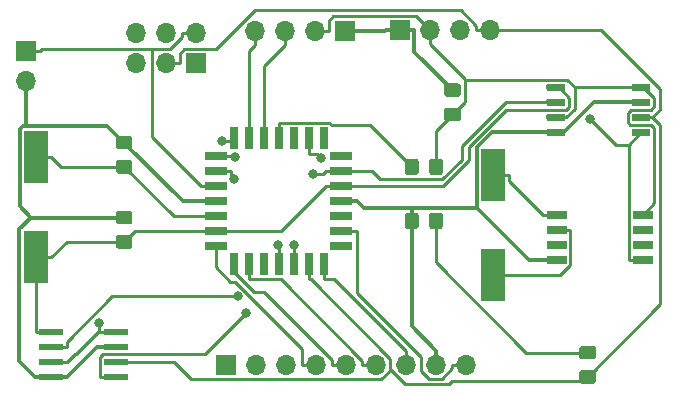
<source format=gtl>
G04 #@! TF.GenerationSoftware,KiCad,Pcbnew,(5.1.5)-3*
G04 #@! TF.CreationDate,2020-12-01T08:40:21+03:00*
G04 #@! TF.ProjectId,project3_2layer,70726f6a-6563-4743-935f-326c61796572,1*
G04 #@! TF.SameCoordinates,Original*
G04 #@! TF.FileFunction,Copper,L1,Top*
G04 #@! TF.FilePolarity,Positive*
%FSLAX46Y46*%
G04 Gerber Fmt 4.6, Leading zero omitted, Abs format (unit mm)*
G04 Created by KiCad (PCBNEW (5.1.5)-3) date 2020-12-01 08:40:21*
%MOMM*%
%LPD*%
G04 APERTURE LIST*
%ADD10O,1.700000X1.700000*%
%ADD11R,1.700000X1.700000*%
%ADD12R,2.000000X4.500000*%
%ADD13R,2.000000X0.600000*%
%ADD14C,0.100000*%
%ADD15R,1.700000X0.650000*%
%ADD16R,1.925000X0.700000*%
%ADD17R,0.700000X1.925000*%
%ADD18C,0.800000*%
%ADD19C,0.300000*%
%ADD20C,0.250000*%
G04 APERTURE END LIST*
D10*
X106299000Y-124206000D03*
X106299000Y-126746000D03*
X108839000Y-124206000D03*
X108839000Y-126746000D03*
X111379000Y-124206000D03*
D11*
X111379000Y-126746000D03*
D10*
X116332000Y-124002000D03*
X118872000Y-124002000D03*
X121412000Y-124002000D03*
D11*
X123952000Y-124002000D03*
D10*
X136271000Y-123952000D03*
X133731000Y-123952000D03*
X131191000Y-123952000D03*
D11*
X128651000Y-123952000D03*
D10*
X134230000Y-152284000D03*
X131690000Y-152284000D03*
X129150000Y-152284000D03*
X126610000Y-152284000D03*
X124070000Y-152284000D03*
X121530000Y-152284000D03*
X118990000Y-152284000D03*
X116450000Y-152284000D03*
D11*
X113910000Y-152284000D03*
D12*
X97790000Y-134688000D03*
X97790000Y-143188000D03*
X136525000Y-144712000D03*
X136525000Y-136212000D03*
D13*
X99129000Y-149479000D03*
X99129000Y-150749000D03*
X99129000Y-152019000D03*
X99129000Y-153289000D03*
X104579000Y-153289000D03*
X104579000Y-152019000D03*
X104579000Y-150749000D03*
X104579000Y-149479000D03*
G04 #@! TA.AperFunction,SMDPad,CuDef*
D14*
G36*
X149706703Y-128478722D02*
G01*
X149721264Y-128480882D01*
X149735543Y-128484459D01*
X149749403Y-128489418D01*
X149762710Y-128495712D01*
X149775336Y-128503280D01*
X149787159Y-128512048D01*
X149798066Y-128521934D01*
X149807952Y-128532841D01*
X149816720Y-128544664D01*
X149824288Y-128557290D01*
X149830582Y-128570597D01*
X149835541Y-128584457D01*
X149839118Y-128598736D01*
X149841278Y-128613297D01*
X149842000Y-128628000D01*
X149842000Y-128928000D01*
X149841278Y-128942703D01*
X149839118Y-128957264D01*
X149835541Y-128971543D01*
X149830582Y-128985403D01*
X149824288Y-128998710D01*
X149816720Y-129011336D01*
X149807952Y-129023159D01*
X149798066Y-129034066D01*
X149787159Y-129043952D01*
X149775336Y-129052720D01*
X149762710Y-129060288D01*
X149749403Y-129066582D01*
X149735543Y-129071541D01*
X149721264Y-129075118D01*
X149706703Y-129077278D01*
X149692000Y-129078000D01*
X148392000Y-129078000D01*
X148377297Y-129077278D01*
X148362736Y-129075118D01*
X148348457Y-129071541D01*
X148334597Y-129066582D01*
X148321290Y-129060288D01*
X148308664Y-129052720D01*
X148296841Y-129043952D01*
X148285934Y-129034066D01*
X148276048Y-129023159D01*
X148267280Y-129011336D01*
X148259712Y-128998710D01*
X148253418Y-128985403D01*
X148248459Y-128971543D01*
X148244882Y-128957264D01*
X148242722Y-128942703D01*
X148242000Y-128928000D01*
X148242000Y-128628000D01*
X148242722Y-128613297D01*
X148244882Y-128598736D01*
X148248459Y-128584457D01*
X148253418Y-128570597D01*
X148259712Y-128557290D01*
X148267280Y-128544664D01*
X148276048Y-128532841D01*
X148285934Y-128521934D01*
X148296841Y-128512048D01*
X148308664Y-128503280D01*
X148321290Y-128495712D01*
X148334597Y-128489418D01*
X148348457Y-128484459D01*
X148362736Y-128480882D01*
X148377297Y-128478722D01*
X148392000Y-128478000D01*
X149692000Y-128478000D01*
X149706703Y-128478722D01*
G37*
G04 #@! TD.AperFunction*
G04 #@! TA.AperFunction,SMDPad,CuDef*
G36*
X149706703Y-129748722D02*
G01*
X149721264Y-129750882D01*
X149735543Y-129754459D01*
X149749403Y-129759418D01*
X149762710Y-129765712D01*
X149775336Y-129773280D01*
X149787159Y-129782048D01*
X149798066Y-129791934D01*
X149807952Y-129802841D01*
X149816720Y-129814664D01*
X149824288Y-129827290D01*
X149830582Y-129840597D01*
X149835541Y-129854457D01*
X149839118Y-129868736D01*
X149841278Y-129883297D01*
X149842000Y-129898000D01*
X149842000Y-130198000D01*
X149841278Y-130212703D01*
X149839118Y-130227264D01*
X149835541Y-130241543D01*
X149830582Y-130255403D01*
X149824288Y-130268710D01*
X149816720Y-130281336D01*
X149807952Y-130293159D01*
X149798066Y-130304066D01*
X149787159Y-130313952D01*
X149775336Y-130322720D01*
X149762710Y-130330288D01*
X149749403Y-130336582D01*
X149735543Y-130341541D01*
X149721264Y-130345118D01*
X149706703Y-130347278D01*
X149692000Y-130348000D01*
X148392000Y-130348000D01*
X148377297Y-130347278D01*
X148362736Y-130345118D01*
X148348457Y-130341541D01*
X148334597Y-130336582D01*
X148321290Y-130330288D01*
X148308664Y-130322720D01*
X148296841Y-130313952D01*
X148285934Y-130304066D01*
X148276048Y-130293159D01*
X148267280Y-130281336D01*
X148259712Y-130268710D01*
X148253418Y-130255403D01*
X148248459Y-130241543D01*
X148244882Y-130227264D01*
X148242722Y-130212703D01*
X148242000Y-130198000D01*
X148242000Y-129898000D01*
X148242722Y-129883297D01*
X148244882Y-129868736D01*
X148248459Y-129854457D01*
X148253418Y-129840597D01*
X148259712Y-129827290D01*
X148267280Y-129814664D01*
X148276048Y-129802841D01*
X148285934Y-129791934D01*
X148296841Y-129782048D01*
X148308664Y-129773280D01*
X148321290Y-129765712D01*
X148334597Y-129759418D01*
X148348457Y-129754459D01*
X148362736Y-129750882D01*
X148377297Y-129748722D01*
X148392000Y-129748000D01*
X149692000Y-129748000D01*
X149706703Y-129748722D01*
G37*
G04 #@! TD.AperFunction*
G04 #@! TA.AperFunction,SMDPad,CuDef*
G36*
X149706703Y-131018722D02*
G01*
X149721264Y-131020882D01*
X149735543Y-131024459D01*
X149749403Y-131029418D01*
X149762710Y-131035712D01*
X149775336Y-131043280D01*
X149787159Y-131052048D01*
X149798066Y-131061934D01*
X149807952Y-131072841D01*
X149816720Y-131084664D01*
X149824288Y-131097290D01*
X149830582Y-131110597D01*
X149835541Y-131124457D01*
X149839118Y-131138736D01*
X149841278Y-131153297D01*
X149842000Y-131168000D01*
X149842000Y-131468000D01*
X149841278Y-131482703D01*
X149839118Y-131497264D01*
X149835541Y-131511543D01*
X149830582Y-131525403D01*
X149824288Y-131538710D01*
X149816720Y-131551336D01*
X149807952Y-131563159D01*
X149798066Y-131574066D01*
X149787159Y-131583952D01*
X149775336Y-131592720D01*
X149762710Y-131600288D01*
X149749403Y-131606582D01*
X149735543Y-131611541D01*
X149721264Y-131615118D01*
X149706703Y-131617278D01*
X149692000Y-131618000D01*
X148392000Y-131618000D01*
X148377297Y-131617278D01*
X148362736Y-131615118D01*
X148348457Y-131611541D01*
X148334597Y-131606582D01*
X148321290Y-131600288D01*
X148308664Y-131592720D01*
X148296841Y-131583952D01*
X148285934Y-131574066D01*
X148276048Y-131563159D01*
X148267280Y-131551336D01*
X148259712Y-131538710D01*
X148253418Y-131525403D01*
X148248459Y-131511543D01*
X148244882Y-131497264D01*
X148242722Y-131482703D01*
X148242000Y-131468000D01*
X148242000Y-131168000D01*
X148242722Y-131153297D01*
X148244882Y-131138736D01*
X148248459Y-131124457D01*
X148253418Y-131110597D01*
X148259712Y-131097290D01*
X148267280Y-131084664D01*
X148276048Y-131072841D01*
X148285934Y-131061934D01*
X148296841Y-131052048D01*
X148308664Y-131043280D01*
X148321290Y-131035712D01*
X148334597Y-131029418D01*
X148348457Y-131024459D01*
X148362736Y-131020882D01*
X148377297Y-131018722D01*
X148392000Y-131018000D01*
X149692000Y-131018000D01*
X149706703Y-131018722D01*
G37*
G04 #@! TD.AperFunction*
G04 #@! TA.AperFunction,SMDPad,CuDef*
G36*
X149706703Y-132288722D02*
G01*
X149721264Y-132290882D01*
X149735543Y-132294459D01*
X149749403Y-132299418D01*
X149762710Y-132305712D01*
X149775336Y-132313280D01*
X149787159Y-132322048D01*
X149798066Y-132331934D01*
X149807952Y-132342841D01*
X149816720Y-132354664D01*
X149824288Y-132367290D01*
X149830582Y-132380597D01*
X149835541Y-132394457D01*
X149839118Y-132408736D01*
X149841278Y-132423297D01*
X149842000Y-132438000D01*
X149842000Y-132738000D01*
X149841278Y-132752703D01*
X149839118Y-132767264D01*
X149835541Y-132781543D01*
X149830582Y-132795403D01*
X149824288Y-132808710D01*
X149816720Y-132821336D01*
X149807952Y-132833159D01*
X149798066Y-132844066D01*
X149787159Y-132853952D01*
X149775336Y-132862720D01*
X149762710Y-132870288D01*
X149749403Y-132876582D01*
X149735543Y-132881541D01*
X149721264Y-132885118D01*
X149706703Y-132887278D01*
X149692000Y-132888000D01*
X148392000Y-132888000D01*
X148377297Y-132887278D01*
X148362736Y-132885118D01*
X148348457Y-132881541D01*
X148334597Y-132876582D01*
X148321290Y-132870288D01*
X148308664Y-132862720D01*
X148296841Y-132853952D01*
X148285934Y-132844066D01*
X148276048Y-132833159D01*
X148267280Y-132821336D01*
X148259712Y-132808710D01*
X148253418Y-132795403D01*
X148248459Y-132781543D01*
X148244882Y-132767264D01*
X148242722Y-132752703D01*
X148242000Y-132738000D01*
X148242000Y-132438000D01*
X148242722Y-132423297D01*
X148244882Y-132408736D01*
X148248459Y-132394457D01*
X148253418Y-132380597D01*
X148259712Y-132367290D01*
X148267280Y-132354664D01*
X148276048Y-132342841D01*
X148285934Y-132331934D01*
X148296841Y-132322048D01*
X148308664Y-132313280D01*
X148321290Y-132305712D01*
X148334597Y-132299418D01*
X148348457Y-132294459D01*
X148362736Y-132290882D01*
X148377297Y-132288722D01*
X148392000Y-132288000D01*
X149692000Y-132288000D01*
X149706703Y-132288722D01*
G37*
G04 #@! TD.AperFunction*
G04 #@! TA.AperFunction,SMDPad,CuDef*
G36*
X142506703Y-132288722D02*
G01*
X142521264Y-132290882D01*
X142535543Y-132294459D01*
X142549403Y-132299418D01*
X142562710Y-132305712D01*
X142575336Y-132313280D01*
X142587159Y-132322048D01*
X142598066Y-132331934D01*
X142607952Y-132342841D01*
X142616720Y-132354664D01*
X142624288Y-132367290D01*
X142630582Y-132380597D01*
X142635541Y-132394457D01*
X142639118Y-132408736D01*
X142641278Y-132423297D01*
X142642000Y-132438000D01*
X142642000Y-132738000D01*
X142641278Y-132752703D01*
X142639118Y-132767264D01*
X142635541Y-132781543D01*
X142630582Y-132795403D01*
X142624288Y-132808710D01*
X142616720Y-132821336D01*
X142607952Y-132833159D01*
X142598066Y-132844066D01*
X142587159Y-132853952D01*
X142575336Y-132862720D01*
X142562710Y-132870288D01*
X142549403Y-132876582D01*
X142535543Y-132881541D01*
X142521264Y-132885118D01*
X142506703Y-132887278D01*
X142492000Y-132888000D01*
X141192000Y-132888000D01*
X141177297Y-132887278D01*
X141162736Y-132885118D01*
X141148457Y-132881541D01*
X141134597Y-132876582D01*
X141121290Y-132870288D01*
X141108664Y-132862720D01*
X141096841Y-132853952D01*
X141085934Y-132844066D01*
X141076048Y-132833159D01*
X141067280Y-132821336D01*
X141059712Y-132808710D01*
X141053418Y-132795403D01*
X141048459Y-132781543D01*
X141044882Y-132767264D01*
X141042722Y-132752703D01*
X141042000Y-132738000D01*
X141042000Y-132438000D01*
X141042722Y-132423297D01*
X141044882Y-132408736D01*
X141048459Y-132394457D01*
X141053418Y-132380597D01*
X141059712Y-132367290D01*
X141067280Y-132354664D01*
X141076048Y-132342841D01*
X141085934Y-132331934D01*
X141096841Y-132322048D01*
X141108664Y-132313280D01*
X141121290Y-132305712D01*
X141134597Y-132299418D01*
X141148457Y-132294459D01*
X141162736Y-132290882D01*
X141177297Y-132288722D01*
X141192000Y-132288000D01*
X142492000Y-132288000D01*
X142506703Y-132288722D01*
G37*
G04 #@! TD.AperFunction*
G04 #@! TA.AperFunction,SMDPad,CuDef*
G36*
X142506703Y-131018722D02*
G01*
X142521264Y-131020882D01*
X142535543Y-131024459D01*
X142549403Y-131029418D01*
X142562710Y-131035712D01*
X142575336Y-131043280D01*
X142587159Y-131052048D01*
X142598066Y-131061934D01*
X142607952Y-131072841D01*
X142616720Y-131084664D01*
X142624288Y-131097290D01*
X142630582Y-131110597D01*
X142635541Y-131124457D01*
X142639118Y-131138736D01*
X142641278Y-131153297D01*
X142642000Y-131168000D01*
X142642000Y-131468000D01*
X142641278Y-131482703D01*
X142639118Y-131497264D01*
X142635541Y-131511543D01*
X142630582Y-131525403D01*
X142624288Y-131538710D01*
X142616720Y-131551336D01*
X142607952Y-131563159D01*
X142598066Y-131574066D01*
X142587159Y-131583952D01*
X142575336Y-131592720D01*
X142562710Y-131600288D01*
X142549403Y-131606582D01*
X142535543Y-131611541D01*
X142521264Y-131615118D01*
X142506703Y-131617278D01*
X142492000Y-131618000D01*
X141192000Y-131618000D01*
X141177297Y-131617278D01*
X141162736Y-131615118D01*
X141148457Y-131611541D01*
X141134597Y-131606582D01*
X141121290Y-131600288D01*
X141108664Y-131592720D01*
X141096841Y-131583952D01*
X141085934Y-131574066D01*
X141076048Y-131563159D01*
X141067280Y-131551336D01*
X141059712Y-131538710D01*
X141053418Y-131525403D01*
X141048459Y-131511543D01*
X141044882Y-131497264D01*
X141042722Y-131482703D01*
X141042000Y-131468000D01*
X141042000Y-131168000D01*
X141042722Y-131153297D01*
X141044882Y-131138736D01*
X141048459Y-131124457D01*
X141053418Y-131110597D01*
X141059712Y-131097290D01*
X141067280Y-131084664D01*
X141076048Y-131072841D01*
X141085934Y-131061934D01*
X141096841Y-131052048D01*
X141108664Y-131043280D01*
X141121290Y-131035712D01*
X141134597Y-131029418D01*
X141148457Y-131024459D01*
X141162736Y-131020882D01*
X141177297Y-131018722D01*
X141192000Y-131018000D01*
X142492000Y-131018000D01*
X142506703Y-131018722D01*
G37*
G04 #@! TD.AperFunction*
G04 #@! TA.AperFunction,SMDPad,CuDef*
G36*
X142506703Y-129748722D02*
G01*
X142521264Y-129750882D01*
X142535543Y-129754459D01*
X142549403Y-129759418D01*
X142562710Y-129765712D01*
X142575336Y-129773280D01*
X142587159Y-129782048D01*
X142598066Y-129791934D01*
X142607952Y-129802841D01*
X142616720Y-129814664D01*
X142624288Y-129827290D01*
X142630582Y-129840597D01*
X142635541Y-129854457D01*
X142639118Y-129868736D01*
X142641278Y-129883297D01*
X142642000Y-129898000D01*
X142642000Y-130198000D01*
X142641278Y-130212703D01*
X142639118Y-130227264D01*
X142635541Y-130241543D01*
X142630582Y-130255403D01*
X142624288Y-130268710D01*
X142616720Y-130281336D01*
X142607952Y-130293159D01*
X142598066Y-130304066D01*
X142587159Y-130313952D01*
X142575336Y-130322720D01*
X142562710Y-130330288D01*
X142549403Y-130336582D01*
X142535543Y-130341541D01*
X142521264Y-130345118D01*
X142506703Y-130347278D01*
X142492000Y-130348000D01*
X141192000Y-130348000D01*
X141177297Y-130347278D01*
X141162736Y-130345118D01*
X141148457Y-130341541D01*
X141134597Y-130336582D01*
X141121290Y-130330288D01*
X141108664Y-130322720D01*
X141096841Y-130313952D01*
X141085934Y-130304066D01*
X141076048Y-130293159D01*
X141067280Y-130281336D01*
X141059712Y-130268710D01*
X141053418Y-130255403D01*
X141048459Y-130241543D01*
X141044882Y-130227264D01*
X141042722Y-130212703D01*
X141042000Y-130198000D01*
X141042000Y-129898000D01*
X141042722Y-129883297D01*
X141044882Y-129868736D01*
X141048459Y-129854457D01*
X141053418Y-129840597D01*
X141059712Y-129827290D01*
X141067280Y-129814664D01*
X141076048Y-129802841D01*
X141085934Y-129791934D01*
X141096841Y-129782048D01*
X141108664Y-129773280D01*
X141121290Y-129765712D01*
X141134597Y-129759418D01*
X141148457Y-129754459D01*
X141162736Y-129750882D01*
X141177297Y-129748722D01*
X141192000Y-129748000D01*
X142492000Y-129748000D01*
X142506703Y-129748722D01*
G37*
G04 #@! TD.AperFunction*
G04 #@! TA.AperFunction,SMDPad,CuDef*
G36*
X142506703Y-128478722D02*
G01*
X142521264Y-128480882D01*
X142535543Y-128484459D01*
X142549403Y-128489418D01*
X142562710Y-128495712D01*
X142575336Y-128503280D01*
X142587159Y-128512048D01*
X142598066Y-128521934D01*
X142607952Y-128532841D01*
X142616720Y-128544664D01*
X142624288Y-128557290D01*
X142630582Y-128570597D01*
X142635541Y-128584457D01*
X142639118Y-128598736D01*
X142641278Y-128613297D01*
X142642000Y-128628000D01*
X142642000Y-128928000D01*
X142641278Y-128942703D01*
X142639118Y-128957264D01*
X142635541Y-128971543D01*
X142630582Y-128985403D01*
X142624288Y-128998710D01*
X142616720Y-129011336D01*
X142607952Y-129023159D01*
X142598066Y-129034066D01*
X142587159Y-129043952D01*
X142575336Y-129052720D01*
X142562710Y-129060288D01*
X142549403Y-129066582D01*
X142535543Y-129071541D01*
X142521264Y-129075118D01*
X142506703Y-129077278D01*
X142492000Y-129078000D01*
X141192000Y-129078000D01*
X141177297Y-129077278D01*
X141162736Y-129075118D01*
X141148457Y-129071541D01*
X141134597Y-129066582D01*
X141121290Y-129060288D01*
X141108664Y-129052720D01*
X141096841Y-129043952D01*
X141085934Y-129034066D01*
X141076048Y-129023159D01*
X141067280Y-129011336D01*
X141059712Y-128998710D01*
X141053418Y-128985403D01*
X141048459Y-128971543D01*
X141044882Y-128957264D01*
X141042722Y-128942703D01*
X141042000Y-128928000D01*
X141042000Y-128628000D01*
X141042722Y-128613297D01*
X141044882Y-128598736D01*
X141048459Y-128584457D01*
X141053418Y-128570597D01*
X141059712Y-128557290D01*
X141067280Y-128544664D01*
X141076048Y-128532841D01*
X141085934Y-128521934D01*
X141096841Y-128512048D01*
X141108664Y-128503280D01*
X141121290Y-128495712D01*
X141134597Y-128489418D01*
X141148457Y-128484459D01*
X141162736Y-128480882D01*
X141177297Y-128478722D01*
X141192000Y-128478000D01*
X142492000Y-128478000D01*
X142506703Y-128478722D01*
G37*
G04 #@! TD.AperFunction*
D15*
X149192000Y-139573000D03*
X149192000Y-140843000D03*
X149192000Y-142113000D03*
X149192000Y-143383000D03*
X141892000Y-143383000D03*
X141892000Y-142113000D03*
X141892000Y-140843000D03*
X141892000Y-139573000D03*
D16*
X123686500Y-134620000D03*
X123686500Y-135890000D03*
X123686500Y-137160000D03*
X123686500Y-138430000D03*
X123686500Y-139700000D03*
X123686500Y-140970000D03*
X123686500Y-142240000D03*
D17*
X122174000Y-143752500D03*
X120904000Y-143752500D03*
X119634000Y-143752500D03*
X118364000Y-143752500D03*
X117094000Y-143752500D03*
X115824000Y-143752500D03*
X114554000Y-143752500D03*
D16*
X113041500Y-142240000D03*
X113041500Y-140970000D03*
X113041500Y-139700000D03*
X113041500Y-138430000D03*
X113041500Y-137160000D03*
X113041500Y-135890000D03*
X113041500Y-134620000D03*
D17*
X122174000Y-133107500D03*
X120904000Y-133107500D03*
X119634000Y-133107500D03*
X114554000Y-133107500D03*
X115824000Y-133107500D03*
X117094000Y-133107500D03*
X118364000Y-133107500D03*
G04 #@! TA.AperFunction,SMDPad,CuDef*
D14*
G36*
X132035505Y-139382204D02*
G01*
X132059773Y-139385804D01*
X132083572Y-139391765D01*
X132106671Y-139400030D01*
X132128850Y-139410520D01*
X132149893Y-139423132D01*
X132169599Y-139437747D01*
X132187777Y-139454223D01*
X132204253Y-139472401D01*
X132218868Y-139492107D01*
X132231480Y-139513150D01*
X132241970Y-139535329D01*
X132250235Y-139558428D01*
X132256196Y-139582227D01*
X132259796Y-139606495D01*
X132261000Y-139630999D01*
X132261000Y-140531001D01*
X132259796Y-140555505D01*
X132256196Y-140579773D01*
X132250235Y-140603572D01*
X132241970Y-140626671D01*
X132231480Y-140648850D01*
X132218868Y-140669893D01*
X132204253Y-140689599D01*
X132187777Y-140707777D01*
X132169599Y-140724253D01*
X132149893Y-140738868D01*
X132128850Y-140751480D01*
X132106671Y-140761970D01*
X132083572Y-140770235D01*
X132059773Y-140776196D01*
X132035505Y-140779796D01*
X132011001Y-140781000D01*
X131360999Y-140781000D01*
X131336495Y-140779796D01*
X131312227Y-140776196D01*
X131288428Y-140770235D01*
X131265329Y-140761970D01*
X131243150Y-140751480D01*
X131222107Y-140738868D01*
X131202401Y-140724253D01*
X131184223Y-140707777D01*
X131167747Y-140689599D01*
X131153132Y-140669893D01*
X131140520Y-140648850D01*
X131130030Y-140626671D01*
X131121765Y-140603572D01*
X131115804Y-140579773D01*
X131112204Y-140555505D01*
X131111000Y-140531001D01*
X131111000Y-139630999D01*
X131112204Y-139606495D01*
X131115804Y-139582227D01*
X131121765Y-139558428D01*
X131130030Y-139535329D01*
X131140520Y-139513150D01*
X131153132Y-139492107D01*
X131167747Y-139472401D01*
X131184223Y-139454223D01*
X131202401Y-139437747D01*
X131222107Y-139423132D01*
X131243150Y-139410520D01*
X131265329Y-139400030D01*
X131288428Y-139391765D01*
X131312227Y-139385804D01*
X131336495Y-139382204D01*
X131360999Y-139381000D01*
X132011001Y-139381000D01*
X132035505Y-139382204D01*
G37*
G04 #@! TD.AperFunction*
G04 #@! TA.AperFunction,SMDPad,CuDef*
G36*
X129985505Y-139382204D02*
G01*
X130009773Y-139385804D01*
X130033572Y-139391765D01*
X130056671Y-139400030D01*
X130078850Y-139410520D01*
X130099893Y-139423132D01*
X130119599Y-139437747D01*
X130137777Y-139454223D01*
X130154253Y-139472401D01*
X130168868Y-139492107D01*
X130181480Y-139513150D01*
X130191970Y-139535329D01*
X130200235Y-139558428D01*
X130206196Y-139582227D01*
X130209796Y-139606495D01*
X130211000Y-139630999D01*
X130211000Y-140531001D01*
X130209796Y-140555505D01*
X130206196Y-140579773D01*
X130200235Y-140603572D01*
X130191970Y-140626671D01*
X130181480Y-140648850D01*
X130168868Y-140669893D01*
X130154253Y-140689599D01*
X130137777Y-140707777D01*
X130119599Y-140724253D01*
X130099893Y-140738868D01*
X130078850Y-140751480D01*
X130056671Y-140761970D01*
X130033572Y-140770235D01*
X130009773Y-140776196D01*
X129985505Y-140779796D01*
X129961001Y-140781000D01*
X129310999Y-140781000D01*
X129286495Y-140779796D01*
X129262227Y-140776196D01*
X129238428Y-140770235D01*
X129215329Y-140761970D01*
X129193150Y-140751480D01*
X129172107Y-140738868D01*
X129152401Y-140724253D01*
X129134223Y-140707777D01*
X129117747Y-140689599D01*
X129103132Y-140669893D01*
X129090520Y-140648850D01*
X129080030Y-140626671D01*
X129071765Y-140603572D01*
X129065804Y-140579773D01*
X129062204Y-140555505D01*
X129061000Y-140531001D01*
X129061000Y-139630999D01*
X129062204Y-139606495D01*
X129065804Y-139582227D01*
X129071765Y-139558428D01*
X129080030Y-139535329D01*
X129090520Y-139513150D01*
X129103132Y-139492107D01*
X129117747Y-139472401D01*
X129134223Y-139454223D01*
X129152401Y-139437747D01*
X129172107Y-139423132D01*
X129193150Y-139410520D01*
X129215329Y-139400030D01*
X129238428Y-139391765D01*
X129262227Y-139385804D01*
X129286495Y-139382204D01*
X129310999Y-139381000D01*
X129961001Y-139381000D01*
X129985505Y-139382204D01*
G37*
G04 #@! TD.AperFunction*
G04 #@! TA.AperFunction,SMDPad,CuDef*
G36*
X129985505Y-134810204D02*
G01*
X130009773Y-134813804D01*
X130033572Y-134819765D01*
X130056671Y-134828030D01*
X130078850Y-134838520D01*
X130099893Y-134851132D01*
X130119599Y-134865747D01*
X130137777Y-134882223D01*
X130154253Y-134900401D01*
X130168868Y-134920107D01*
X130181480Y-134941150D01*
X130191970Y-134963329D01*
X130200235Y-134986428D01*
X130206196Y-135010227D01*
X130209796Y-135034495D01*
X130211000Y-135058999D01*
X130211000Y-135959001D01*
X130209796Y-135983505D01*
X130206196Y-136007773D01*
X130200235Y-136031572D01*
X130191970Y-136054671D01*
X130181480Y-136076850D01*
X130168868Y-136097893D01*
X130154253Y-136117599D01*
X130137777Y-136135777D01*
X130119599Y-136152253D01*
X130099893Y-136166868D01*
X130078850Y-136179480D01*
X130056671Y-136189970D01*
X130033572Y-136198235D01*
X130009773Y-136204196D01*
X129985505Y-136207796D01*
X129961001Y-136209000D01*
X129310999Y-136209000D01*
X129286495Y-136207796D01*
X129262227Y-136204196D01*
X129238428Y-136198235D01*
X129215329Y-136189970D01*
X129193150Y-136179480D01*
X129172107Y-136166868D01*
X129152401Y-136152253D01*
X129134223Y-136135777D01*
X129117747Y-136117599D01*
X129103132Y-136097893D01*
X129090520Y-136076850D01*
X129080030Y-136054671D01*
X129071765Y-136031572D01*
X129065804Y-136007773D01*
X129062204Y-135983505D01*
X129061000Y-135959001D01*
X129061000Y-135058999D01*
X129062204Y-135034495D01*
X129065804Y-135010227D01*
X129071765Y-134986428D01*
X129080030Y-134963329D01*
X129090520Y-134941150D01*
X129103132Y-134920107D01*
X129117747Y-134900401D01*
X129134223Y-134882223D01*
X129152401Y-134865747D01*
X129172107Y-134851132D01*
X129193150Y-134838520D01*
X129215329Y-134828030D01*
X129238428Y-134819765D01*
X129262227Y-134813804D01*
X129286495Y-134810204D01*
X129310999Y-134809000D01*
X129961001Y-134809000D01*
X129985505Y-134810204D01*
G37*
G04 #@! TD.AperFunction*
G04 #@! TA.AperFunction,SMDPad,CuDef*
G36*
X132035505Y-134810204D02*
G01*
X132059773Y-134813804D01*
X132083572Y-134819765D01*
X132106671Y-134828030D01*
X132128850Y-134838520D01*
X132149893Y-134851132D01*
X132169599Y-134865747D01*
X132187777Y-134882223D01*
X132204253Y-134900401D01*
X132218868Y-134920107D01*
X132231480Y-134941150D01*
X132241970Y-134963329D01*
X132250235Y-134986428D01*
X132256196Y-135010227D01*
X132259796Y-135034495D01*
X132261000Y-135058999D01*
X132261000Y-135959001D01*
X132259796Y-135983505D01*
X132256196Y-136007773D01*
X132250235Y-136031572D01*
X132241970Y-136054671D01*
X132231480Y-136076850D01*
X132218868Y-136097893D01*
X132204253Y-136117599D01*
X132187777Y-136135777D01*
X132169599Y-136152253D01*
X132149893Y-136166868D01*
X132128850Y-136179480D01*
X132106671Y-136189970D01*
X132083572Y-136198235D01*
X132059773Y-136204196D01*
X132035505Y-136207796D01*
X132011001Y-136209000D01*
X131360999Y-136209000D01*
X131336495Y-136207796D01*
X131312227Y-136204196D01*
X131288428Y-136198235D01*
X131265329Y-136189970D01*
X131243150Y-136179480D01*
X131222107Y-136166868D01*
X131202401Y-136152253D01*
X131184223Y-136135777D01*
X131167747Y-136117599D01*
X131153132Y-136097893D01*
X131140520Y-136076850D01*
X131130030Y-136054671D01*
X131121765Y-136031572D01*
X131115804Y-136007773D01*
X131112204Y-135983505D01*
X131111000Y-135959001D01*
X131111000Y-135058999D01*
X131112204Y-135034495D01*
X131115804Y-135010227D01*
X131121765Y-134986428D01*
X131130030Y-134963329D01*
X131140520Y-134941150D01*
X131153132Y-134920107D01*
X131167747Y-134900401D01*
X131184223Y-134882223D01*
X131202401Y-134865747D01*
X131222107Y-134851132D01*
X131243150Y-134838520D01*
X131265329Y-134828030D01*
X131288428Y-134819765D01*
X131312227Y-134813804D01*
X131336495Y-134810204D01*
X131360999Y-134809000D01*
X132011001Y-134809000D01*
X132035505Y-134810204D01*
G37*
G04 #@! TD.AperFunction*
G04 #@! TA.AperFunction,SMDPad,CuDef*
G36*
X145000505Y-150674204D02*
G01*
X145024773Y-150677804D01*
X145048572Y-150683765D01*
X145071671Y-150692030D01*
X145093850Y-150702520D01*
X145114893Y-150715132D01*
X145134599Y-150729747D01*
X145152777Y-150746223D01*
X145169253Y-150764401D01*
X145183868Y-150784107D01*
X145196480Y-150805150D01*
X145206970Y-150827329D01*
X145215235Y-150850428D01*
X145221196Y-150874227D01*
X145224796Y-150898495D01*
X145226000Y-150922999D01*
X145226000Y-151573001D01*
X145224796Y-151597505D01*
X145221196Y-151621773D01*
X145215235Y-151645572D01*
X145206970Y-151668671D01*
X145196480Y-151690850D01*
X145183868Y-151711893D01*
X145169253Y-151731599D01*
X145152777Y-151749777D01*
X145134599Y-151766253D01*
X145114893Y-151780868D01*
X145093850Y-151793480D01*
X145071671Y-151803970D01*
X145048572Y-151812235D01*
X145024773Y-151818196D01*
X145000505Y-151821796D01*
X144976001Y-151823000D01*
X144075999Y-151823000D01*
X144051495Y-151821796D01*
X144027227Y-151818196D01*
X144003428Y-151812235D01*
X143980329Y-151803970D01*
X143958150Y-151793480D01*
X143937107Y-151780868D01*
X143917401Y-151766253D01*
X143899223Y-151749777D01*
X143882747Y-151731599D01*
X143868132Y-151711893D01*
X143855520Y-151690850D01*
X143845030Y-151668671D01*
X143836765Y-151645572D01*
X143830804Y-151621773D01*
X143827204Y-151597505D01*
X143826000Y-151573001D01*
X143826000Y-150922999D01*
X143827204Y-150898495D01*
X143830804Y-150874227D01*
X143836765Y-150850428D01*
X143845030Y-150827329D01*
X143855520Y-150805150D01*
X143868132Y-150784107D01*
X143882747Y-150764401D01*
X143899223Y-150746223D01*
X143917401Y-150729747D01*
X143937107Y-150715132D01*
X143958150Y-150702520D01*
X143980329Y-150692030D01*
X144003428Y-150683765D01*
X144027227Y-150677804D01*
X144051495Y-150674204D01*
X144075999Y-150673000D01*
X144976001Y-150673000D01*
X145000505Y-150674204D01*
G37*
G04 #@! TD.AperFunction*
G04 #@! TA.AperFunction,SMDPad,CuDef*
G36*
X145000505Y-152724204D02*
G01*
X145024773Y-152727804D01*
X145048572Y-152733765D01*
X145071671Y-152742030D01*
X145093850Y-152752520D01*
X145114893Y-152765132D01*
X145134599Y-152779747D01*
X145152777Y-152796223D01*
X145169253Y-152814401D01*
X145183868Y-152834107D01*
X145196480Y-152855150D01*
X145206970Y-152877329D01*
X145215235Y-152900428D01*
X145221196Y-152924227D01*
X145224796Y-152948495D01*
X145226000Y-152972999D01*
X145226000Y-153623001D01*
X145224796Y-153647505D01*
X145221196Y-153671773D01*
X145215235Y-153695572D01*
X145206970Y-153718671D01*
X145196480Y-153740850D01*
X145183868Y-153761893D01*
X145169253Y-153781599D01*
X145152777Y-153799777D01*
X145134599Y-153816253D01*
X145114893Y-153830868D01*
X145093850Y-153843480D01*
X145071671Y-153853970D01*
X145048572Y-153862235D01*
X145024773Y-153868196D01*
X145000505Y-153871796D01*
X144976001Y-153873000D01*
X144075999Y-153873000D01*
X144051495Y-153871796D01*
X144027227Y-153868196D01*
X144003428Y-153862235D01*
X143980329Y-153853970D01*
X143958150Y-153843480D01*
X143937107Y-153830868D01*
X143917401Y-153816253D01*
X143899223Y-153799777D01*
X143882747Y-153781599D01*
X143868132Y-153761893D01*
X143855520Y-153740850D01*
X143845030Y-153718671D01*
X143836765Y-153695572D01*
X143830804Y-153671773D01*
X143827204Y-153647505D01*
X143826000Y-153623001D01*
X143826000Y-152972999D01*
X143827204Y-152948495D01*
X143830804Y-152924227D01*
X143836765Y-152900428D01*
X143845030Y-152877329D01*
X143855520Y-152855150D01*
X143868132Y-152834107D01*
X143882747Y-152814401D01*
X143899223Y-152796223D01*
X143917401Y-152779747D01*
X143937107Y-152765132D01*
X143958150Y-152752520D01*
X143980329Y-152742030D01*
X144003428Y-152733765D01*
X144027227Y-152727804D01*
X144051495Y-152724204D01*
X144075999Y-152723000D01*
X144976001Y-152723000D01*
X145000505Y-152724204D01*
G37*
G04 #@! TD.AperFunction*
G04 #@! TA.AperFunction,SMDPad,CuDef*
G36*
X105757505Y-141294204D02*
G01*
X105781773Y-141297804D01*
X105805572Y-141303765D01*
X105828671Y-141312030D01*
X105850850Y-141322520D01*
X105871893Y-141335132D01*
X105891599Y-141349747D01*
X105909777Y-141366223D01*
X105926253Y-141384401D01*
X105940868Y-141404107D01*
X105953480Y-141425150D01*
X105963970Y-141447329D01*
X105972235Y-141470428D01*
X105978196Y-141494227D01*
X105981796Y-141518495D01*
X105983000Y-141542999D01*
X105983000Y-142193001D01*
X105981796Y-142217505D01*
X105978196Y-142241773D01*
X105972235Y-142265572D01*
X105963970Y-142288671D01*
X105953480Y-142310850D01*
X105940868Y-142331893D01*
X105926253Y-142351599D01*
X105909777Y-142369777D01*
X105891599Y-142386253D01*
X105871893Y-142400868D01*
X105850850Y-142413480D01*
X105828671Y-142423970D01*
X105805572Y-142432235D01*
X105781773Y-142438196D01*
X105757505Y-142441796D01*
X105733001Y-142443000D01*
X104832999Y-142443000D01*
X104808495Y-142441796D01*
X104784227Y-142438196D01*
X104760428Y-142432235D01*
X104737329Y-142423970D01*
X104715150Y-142413480D01*
X104694107Y-142400868D01*
X104674401Y-142386253D01*
X104656223Y-142369777D01*
X104639747Y-142351599D01*
X104625132Y-142331893D01*
X104612520Y-142310850D01*
X104602030Y-142288671D01*
X104593765Y-142265572D01*
X104587804Y-142241773D01*
X104584204Y-142217505D01*
X104583000Y-142193001D01*
X104583000Y-141542999D01*
X104584204Y-141518495D01*
X104587804Y-141494227D01*
X104593765Y-141470428D01*
X104602030Y-141447329D01*
X104612520Y-141425150D01*
X104625132Y-141404107D01*
X104639747Y-141384401D01*
X104656223Y-141366223D01*
X104674401Y-141349747D01*
X104694107Y-141335132D01*
X104715150Y-141322520D01*
X104737329Y-141312030D01*
X104760428Y-141303765D01*
X104784227Y-141297804D01*
X104808495Y-141294204D01*
X104832999Y-141293000D01*
X105733001Y-141293000D01*
X105757505Y-141294204D01*
G37*
G04 #@! TD.AperFunction*
G04 #@! TA.AperFunction,SMDPad,CuDef*
G36*
X105757505Y-139244204D02*
G01*
X105781773Y-139247804D01*
X105805572Y-139253765D01*
X105828671Y-139262030D01*
X105850850Y-139272520D01*
X105871893Y-139285132D01*
X105891599Y-139299747D01*
X105909777Y-139316223D01*
X105926253Y-139334401D01*
X105940868Y-139354107D01*
X105953480Y-139375150D01*
X105963970Y-139397329D01*
X105972235Y-139420428D01*
X105978196Y-139444227D01*
X105981796Y-139468495D01*
X105983000Y-139492999D01*
X105983000Y-140143001D01*
X105981796Y-140167505D01*
X105978196Y-140191773D01*
X105972235Y-140215572D01*
X105963970Y-140238671D01*
X105953480Y-140260850D01*
X105940868Y-140281893D01*
X105926253Y-140301599D01*
X105909777Y-140319777D01*
X105891599Y-140336253D01*
X105871893Y-140350868D01*
X105850850Y-140363480D01*
X105828671Y-140373970D01*
X105805572Y-140382235D01*
X105781773Y-140388196D01*
X105757505Y-140391796D01*
X105733001Y-140393000D01*
X104832999Y-140393000D01*
X104808495Y-140391796D01*
X104784227Y-140388196D01*
X104760428Y-140382235D01*
X104737329Y-140373970D01*
X104715150Y-140363480D01*
X104694107Y-140350868D01*
X104674401Y-140336253D01*
X104656223Y-140319777D01*
X104639747Y-140301599D01*
X104625132Y-140281893D01*
X104612520Y-140260850D01*
X104602030Y-140238671D01*
X104593765Y-140215572D01*
X104587804Y-140191773D01*
X104584204Y-140167505D01*
X104583000Y-140143001D01*
X104583000Y-139492999D01*
X104584204Y-139468495D01*
X104587804Y-139444227D01*
X104593765Y-139420428D01*
X104602030Y-139397329D01*
X104612520Y-139375150D01*
X104625132Y-139354107D01*
X104639747Y-139334401D01*
X104656223Y-139316223D01*
X104674401Y-139299747D01*
X104694107Y-139285132D01*
X104715150Y-139272520D01*
X104737329Y-139262030D01*
X104760428Y-139253765D01*
X104784227Y-139247804D01*
X104808495Y-139244204D01*
X104832999Y-139243000D01*
X105733001Y-139243000D01*
X105757505Y-139244204D01*
G37*
G04 #@! TD.AperFunction*
G04 #@! TA.AperFunction,SMDPad,CuDef*
G36*
X105757505Y-132885204D02*
G01*
X105781773Y-132888804D01*
X105805572Y-132894765D01*
X105828671Y-132903030D01*
X105850850Y-132913520D01*
X105871893Y-132926132D01*
X105891599Y-132940747D01*
X105909777Y-132957223D01*
X105926253Y-132975401D01*
X105940868Y-132995107D01*
X105953480Y-133016150D01*
X105963970Y-133038329D01*
X105972235Y-133061428D01*
X105978196Y-133085227D01*
X105981796Y-133109495D01*
X105983000Y-133133999D01*
X105983000Y-133784001D01*
X105981796Y-133808505D01*
X105978196Y-133832773D01*
X105972235Y-133856572D01*
X105963970Y-133879671D01*
X105953480Y-133901850D01*
X105940868Y-133922893D01*
X105926253Y-133942599D01*
X105909777Y-133960777D01*
X105891599Y-133977253D01*
X105871893Y-133991868D01*
X105850850Y-134004480D01*
X105828671Y-134014970D01*
X105805572Y-134023235D01*
X105781773Y-134029196D01*
X105757505Y-134032796D01*
X105733001Y-134034000D01*
X104832999Y-134034000D01*
X104808495Y-134032796D01*
X104784227Y-134029196D01*
X104760428Y-134023235D01*
X104737329Y-134014970D01*
X104715150Y-134004480D01*
X104694107Y-133991868D01*
X104674401Y-133977253D01*
X104656223Y-133960777D01*
X104639747Y-133942599D01*
X104625132Y-133922893D01*
X104612520Y-133901850D01*
X104602030Y-133879671D01*
X104593765Y-133856572D01*
X104587804Y-133832773D01*
X104584204Y-133808505D01*
X104583000Y-133784001D01*
X104583000Y-133133999D01*
X104584204Y-133109495D01*
X104587804Y-133085227D01*
X104593765Y-133061428D01*
X104602030Y-133038329D01*
X104612520Y-133016150D01*
X104625132Y-132995107D01*
X104639747Y-132975401D01*
X104656223Y-132957223D01*
X104674401Y-132940747D01*
X104694107Y-132926132D01*
X104715150Y-132913520D01*
X104737329Y-132903030D01*
X104760428Y-132894765D01*
X104784227Y-132888804D01*
X104808495Y-132885204D01*
X104832999Y-132884000D01*
X105733001Y-132884000D01*
X105757505Y-132885204D01*
G37*
G04 #@! TD.AperFunction*
G04 #@! TA.AperFunction,SMDPad,CuDef*
G36*
X105757505Y-134935204D02*
G01*
X105781773Y-134938804D01*
X105805572Y-134944765D01*
X105828671Y-134953030D01*
X105850850Y-134963520D01*
X105871893Y-134976132D01*
X105891599Y-134990747D01*
X105909777Y-135007223D01*
X105926253Y-135025401D01*
X105940868Y-135045107D01*
X105953480Y-135066150D01*
X105963970Y-135088329D01*
X105972235Y-135111428D01*
X105978196Y-135135227D01*
X105981796Y-135159495D01*
X105983000Y-135183999D01*
X105983000Y-135834001D01*
X105981796Y-135858505D01*
X105978196Y-135882773D01*
X105972235Y-135906572D01*
X105963970Y-135929671D01*
X105953480Y-135951850D01*
X105940868Y-135972893D01*
X105926253Y-135992599D01*
X105909777Y-136010777D01*
X105891599Y-136027253D01*
X105871893Y-136041868D01*
X105850850Y-136054480D01*
X105828671Y-136064970D01*
X105805572Y-136073235D01*
X105781773Y-136079196D01*
X105757505Y-136082796D01*
X105733001Y-136084000D01*
X104832999Y-136084000D01*
X104808495Y-136082796D01*
X104784227Y-136079196D01*
X104760428Y-136073235D01*
X104737329Y-136064970D01*
X104715150Y-136054480D01*
X104694107Y-136041868D01*
X104674401Y-136027253D01*
X104656223Y-136010777D01*
X104639747Y-135992599D01*
X104625132Y-135972893D01*
X104612520Y-135951850D01*
X104602030Y-135929671D01*
X104593765Y-135906572D01*
X104587804Y-135882773D01*
X104584204Y-135858505D01*
X104583000Y-135834001D01*
X104583000Y-135183999D01*
X104584204Y-135159495D01*
X104587804Y-135135227D01*
X104593765Y-135111428D01*
X104602030Y-135088329D01*
X104612520Y-135066150D01*
X104625132Y-135045107D01*
X104639747Y-135025401D01*
X104656223Y-135007223D01*
X104674401Y-134990747D01*
X104694107Y-134976132D01*
X104715150Y-134963520D01*
X104737329Y-134953030D01*
X104760428Y-134944765D01*
X104784227Y-134938804D01*
X104808495Y-134935204D01*
X104832999Y-134934000D01*
X105733001Y-134934000D01*
X105757505Y-134935204D01*
G37*
G04 #@! TD.AperFunction*
G04 #@! TA.AperFunction,SMDPad,CuDef*
G36*
X133559505Y-128449204D02*
G01*
X133583773Y-128452804D01*
X133607572Y-128458765D01*
X133630671Y-128467030D01*
X133652850Y-128477520D01*
X133673893Y-128490132D01*
X133693599Y-128504747D01*
X133711777Y-128521223D01*
X133728253Y-128539401D01*
X133742868Y-128559107D01*
X133755480Y-128580150D01*
X133765970Y-128602329D01*
X133774235Y-128625428D01*
X133780196Y-128649227D01*
X133783796Y-128673495D01*
X133785000Y-128697999D01*
X133785000Y-129348001D01*
X133783796Y-129372505D01*
X133780196Y-129396773D01*
X133774235Y-129420572D01*
X133765970Y-129443671D01*
X133755480Y-129465850D01*
X133742868Y-129486893D01*
X133728253Y-129506599D01*
X133711777Y-129524777D01*
X133693599Y-129541253D01*
X133673893Y-129555868D01*
X133652850Y-129568480D01*
X133630671Y-129578970D01*
X133607572Y-129587235D01*
X133583773Y-129593196D01*
X133559505Y-129596796D01*
X133535001Y-129598000D01*
X132634999Y-129598000D01*
X132610495Y-129596796D01*
X132586227Y-129593196D01*
X132562428Y-129587235D01*
X132539329Y-129578970D01*
X132517150Y-129568480D01*
X132496107Y-129555868D01*
X132476401Y-129541253D01*
X132458223Y-129524777D01*
X132441747Y-129506599D01*
X132427132Y-129486893D01*
X132414520Y-129465850D01*
X132404030Y-129443671D01*
X132395765Y-129420572D01*
X132389804Y-129396773D01*
X132386204Y-129372505D01*
X132385000Y-129348001D01*
X132385000Y-128697999D01*
X132386204Y-128673495D01*
X132389804Y-128649227D01*
X132395765Y-128625428D01*
X132404030Y-128602329D01*
X132414520Y-128580150D01*
X132427132Y-128559107D01*
X132441747Y-128539401D01*
X132458223Y-128521223D01*
X132476401Y-128504747D01*
X132496107Y-128490132D01*
X132517150Y-128477520D01*
X132539329Y-128467030D01*
X132562428Y-128458765D01*
X132586227Y-128452804D01*
X132610495Y-128449204D01*
X132634999Y-128448000D01*
X133535001Y-128448000D01*
X133559505Y-128449204D01*
G37*
G04 #@! TD.AperFunction*
G04 #@! TA.AperFunction,SMDPad,CuDef*
G36*
X133559505Y-130499204D02*
G01*
X133583773Y-130502804D01*
X133607572Y-130508765D01*
X133630671Y-130517030D01*
X133652850Y-130527520D01*
X133673893Y-130540132D01*
X133693599Y-130554747D01*
X133711777Y-130571223D01*
X133728253Y-130589401D01*
X133742868Y-130609107D01*
X133755480Y-130630150D01*
X133765970Y-130652329D01*
X133774235Y-130675428D01*
X133780196Y-130699227D01*
X133783796Y-130723495D01*
X133785000Y-130747999D01*
X133785000Y-131398001D01*
X133783796Y-131422505D01*
X133780196Y-131446773D01*
X133774235Y-131470572D01*
X133765970Y-131493671D01*
X133755480Y-131515850D01*
X133742868Y-131536893D01*
X133728253Y-131556599D01*
X133711777Y-131574777D01*
X133693599Y-131591253D01*
X133673893Y-131605868D01*
X133652850Y-131618480D01*
X133630671Y-131628970D01*
X133607572Y-131637235D01*
X133583773Y-131643196D01*
X133559505Y-131646796D01*
X133535001Y-131648000D01*
X132634999Y-131648000D01*
X132610495Y-131646796D01*
X132586227Y-131643196D01*
X132562428Y-131637235D01*
X132539329Y-131628970D01*
X132517150Y-131618480D01*
X132496107Y-131605868D01*
X132476401Y-131591253D01*
X132458223Y-131574777D01*
X132441747Y-131556599D01*
X132427132Y-131536893D01*
X132414520Y-131515850D01*
X132404030Y-131493671D01*
X132395765Y-131470572D01*
X132389804Y-131446773D01*
X132386204Y-131422505D01*
X132385000Y-131398001D01*
X132385000Y-130747999D01*
X132386204Y-130723495D01*
X132389804Y-130699227D01*
X132395765Y-130675428D01*
X132404030Y-130652329D01*
X132414520Y-130630150D01*
X132427132Y-130609107D01*
X132441747Y-130589401D01*
X132458223Y-130571223D01*
X132476401Y-130554747D01*
X132496107Y-130540132D01*
X132517150Y-130527520D01*
X132539329Y-130517030D01*
X132562428Y-130508765D01*
X132586227Y-130502804D01*
X132610495Y-130499204D01*
X132634999Y-130498000D01*
X133535001Y-130498000D01*
X133559505Y-130499204D01*
G37*
G04 #@! TD.AperFunction*
D10*
X96990000Y-128270000D03*
D11*
X96990000Y-125730000D03*
D18*
X103119000Y-148758100D03*
X114584000Y-136528300D03*
X114653000Y-134701600D03*
X113567400Y-133358400D03*
X144720300Y-131450700D03*
X115632300Y-147891300D03*
X121992800Y-134807200D03*
X118352800Y-142167300D03*
X119661500Y-142167400D03*
X114898100Y-146482500D03*
X121250800Y-136146400D03*
D19*
X141842000Y-132588000D02*
X142521600Y-132588000D01*
X142521600Y-132588000D02*
X145061600Y-130048000D01*
X145061600Y-130048000D02*
X149042000Y-130048000D01*
X124999300Y-138430000D02*
X125598900Y-139029600D01*
X125598900Y-139029600D02*
X129636000Y-139029600D01*
X112510200Y-138430000D02*
X113041500Y-138430000D01*
X135172000Y-139029600D02*
X135172000Y-133818300D01*
X135172000Y-133818300D02*
X136402300Y-132588000D01*
X136402300Y-132588000D02*
X141842000Y-132588000D01*
X135172000Y-139029600D02*
X139525400Y-143383000D01*
X139525400Y-143383000D02*
X141892000Y-143383000D01*
X129636000Y-139029600D02*
X135172000Y-139029600D01*
X129636000Y-140081000D02*
X129636000Y-139029600D01*
X123686500Y-138430000D02*
X124999300Y-138430000D01*
X96990000Y-132032100D02*
X103856100Y-132032100D01*
X103856100Y-132032100D02*
X105283000Y-133459000D01*
X96990000Y-128270000D02*
X96990000Y-132032100D01*
X96990000Y-132032100D02*
X96680400Y-132032100D01*
X96680400Y-132032100D02*
X96439600Y-132272900D01*
X96439600Y-132272900D02*
X96439600Y-138866000D01*
X96439600Y-138866000D02*
X97391600Y-139818000D01*
X97391600Y-139818000D02*
X96406600Y-140803000D01*
X96406600Y-140803000D02*
X96406600Y-151916900D01*
X96406600Y-151916900D02*
X97778700Y-153289000D01*
X105283000Y-139818000D02*
X97391600Y-139818000D01*
X99129000Y-153289000D02*
X97778700Y-153289000D01*
X111853800Y-138430000D02*
X110254000Y-138430000D01*
X110254000Y-138430000D02*
X105283000Y-133459000D01*
X129636000Y-140081000D02*
X129636000Y-149029700D01*
X129636000Y-149029700D02*
X131690000Y-151083700D01*
X131690000Y-152284000D02*
X131690000Y-151083700D01*
X128651000Y-123952000D02*
X127450700Y-123952000D01*
X123952000Y-124002000D02*
X127400700Y-124002000D01*
X127400700Y-124002000D02*
X127450700Y-123952000D01*
X99129000Y-153289000D02*
X100479300Y-153289000D01*
X100479300Y-153289000D02*
X103019300Y-150749000D01*
X103019300Y-150749000D02*
X104579000Y-150749000D01*
X129851300Y-123952000D02*
X129851300Y-125789300D01*
X129851300Y-125789300D02*
X133085000Y-129023000D01*
X128651000Y-123952000D02*
X129851300Y-123952000D01*
X112510200Y-138430000D02*
X111853800Y-138430000D01*
D20*
X141842000Y-131318000D02*
X142703600Y-131318000D01*
X142703600Y-131318000D02*
X143422800Y-130598800D01*
X143422800Y-130598800D02*
X143422800Y-128778000D01*
X121412000Y-124002000D02*
X122587300Y-124002000D01*
X122587300Y-124002000D02*
X122587300Y-123194000D01*
X122587300Y-123194000D02*
X123004700Y-122776600D01*
X123004700Y-122776600D02*
X130015600Y-122776600D01*
X130015600Y-122776600D02*
X131191000Y-123952000D01*
X133085000Y-131073000D02*
X131686000Y-132472000D01*
X131686000Y-132472000D02*
X131686000Y-135509000D01*
X103119000Y-148758100D02*
X103119000Y-149344200D01*
X103119000Y-149344200D02*
X103186400Y-149411600D01*
X107619700Y-125539500D02*
X98355800Y-125539500D01*
X98355800Y-125539500D02*
X98165300Y-125730000D01*
X110203700Y-124206000D02*
X110203700Y-124525800D01*
X110203700Y-124525800D02*
X109190000Y-125539500D01*
X109190000Y-125539500D02*
X107619700Y-125539500D01*
X107619700Y-125539500D02*
X107619700Y-133026000D01*
X107619700Y-133026000D02*
X111753700Y-137160000D01*
X113041500Y-137160000D02*
X111753700Y-137160000D01*
X124330400Y-140970000D02*
X123686500Y-140970000D01*
X111379000Y-124206000D02*
X110203700Y-124206000D01*
X96990000Y-125730000D02*
X98165300Y-125730000D01*
X143422800Y-128778000D02*
X149042000Y-128778000D01*
X134142800Y-128121900D02*
X142766700Y-128121900D01*
X142766700Y-128121900D02*
X143422800Y-128778000D01*
X134142800Y-128121900D02*
X134142800Y-130015200D01*
X134142800Y-130015200D02*
X133085000Y-131073000D01*
X131191000Y-125127300D02*
X134142800Y-128079100D01*
X134142800Y-128079100D02*
X134142800Y-128121900D01*
X124330400Y-140970000D02*
X124974300Y-140970000D01*
X131191000Y-123952000D02*
X131191000Y-125127300D01*
X149042000Y-128778000D02*
X149255100Y-128778000D01*
X149255100Y-128778000D02*
X150174100Y-129697000D01*
X150174100Y-129697000D02*
X150174100Y-130395600D01*
X150174100Y-130395600D02*
X149886700Y-130683000D01*
X149886700Y-130683000D02*
X148177100Y-130683000D01*
X148177100Y-130683000D02*
X147904300Y-130955800D01*
X147904300Y-130955800D02*
X147904300Y-131721900D01*
X147904300Y-131721900D02*
X148135400Y-131953000D01*
X148135400Y-131953000D02*
X149911300Y-131953000D01*
X149911300Y-131953000D02*
X150169600Y-132211300D01*
X150169600Y-132211300D02*
X150169600Y-138595400D01*
X150169600Y-138595400D02*
X149192000Y-139573000D01*
X134230000Y-152284000D02*
X133054700Y-152284000D01*
X124974300Y-140970000D02*
X124974300Y-146208100D01*
X124974300Y-146208100D02*
X130420000Y-151653800D01*
X130420000Y-151653800D02*
X130420000Y-152782300D01*
X130420000Y-152782300D02*
X131097000Y-153459300D01*
X131097000Y-153459300D02*
X132180700Y-153459300D01*
X132180700Y-153459300D02*
X133054700Y-152585300D01*
X133054700Y-152585300D02*
X133054700Y-152284000D01*
X99129000Y-152019000D02*
X100454300Y-152019000D01*
X103186400Y-149411600D02*
X101223600Y-151374400D01*
X101223600Y-151374400D02*
X101098900Y-151374400D01*
X101098900Y-151374400D02*
X100454300Y-152019000D01*
X103186400Y-149411600D02*
X103253700Y-149479000D01*
X104579000Y-149479000D02*
X103253700Y-149479000D01*
X105283000Y-135509000D02*
X109474000Y-139700000D01*
X109474000Y-139700000D02*
X113041500Y-139700000D01*
X99115300Y-134688000D02*
X99936300Y-135509000D01*
X99936300Y-135509000D02*
X105283000Y-135509000D01*
X97790000Y-134688000D02*
X99115300Y-134688000D01*
X123686500Y-137160000D02*
X122398700Y-137160000D01*
X113041500Y-140970000D02*
X118588700Y-140970000D01*
X118588700Y-140970000D02*
X122398700Y-137160000D01*
X105283000Y-141868000D02*
X106181000Y-140970000D01*
X106181000Y-140970000D02*
X113041500Y-140970000D01*
X99115300Y-143188000D02*
X100435300Y-141868000D01*
X100435300Y-141868000D02*
X105283000Y-141868000D01*
X123686500Y-137160000D02*
X132284700Y-137160000D01*
X132284700Y-137160000D02*
X134481800Y-134962900D01*
X134481800Y-134962900D02*
X134481800Y-133802500D01*
X134481800Y-133802500D02*
X137610400Y-130673900D01*
X137610400Y-130673900D02*
X142710800Y-130673900D01*
X142710800Y-130673900D02*
X142972400Y-130412300D01*
X142972400Y-130412300D02*
X142972400Y-129665100D01*
X142972400Y-129665100D02*
X142085300Y-128778000D01*
X142085300Y-128778000D02*
X141842000Y-128778000D01*
X97790000Y-143188000D02*
X99115300Y-143188000D01*
X97790000Y-143188000D02*
X97790000Y-145763300D01*
X99129000Y-149479000D02*
X97803700Y-149479000D01*
X97803700Y-149479000D02*
X97803700Y-145777000D01*
X97803700Y-145777000D02*
X97790000Y-145763300D01*
X136271000Y-123952000D02*
X135095700Y-123952000D01*
X135095700Y-123952000D02*
X135095700Y-123584700D01*
X135095700Y-123584700D02*
X133785100Y-122274100D01*
X133785100Y-122274100D02*
X116328100Y-122274100D01*
X116328100Y-122274100D02*
X113031500Y-125570700D01*
X113031500Y-125570700D02*
X110381500Y-125570700D01*
X110381500Y-125570700D02*
X110014300Y-125937900D01*
X110014300Y-125937900D02*
X110014300Y-126746000D01*
X136271000Y-123952000D02*
X145695900Y-123952000D01*
X145695900Y-123952000D02*
X150626600Y-128882700D01*
X150626600Y-128882700D02*
X150626600Y-130681500D01*
X150626600Y-130681500D02*
X149990100Y-131318000D01*
X108839000Y-126746000D02*
X110014300Y-126746000D01*
X127870700Y-152687100D02*
X129093100Y-153909600D01*
X129093100Y-153909600D02*
X132826900Y-153909600D01*
X132826900Y-153909600D02*
X133052100Y-153684400D01*
X133052100Y-153684400D02*
X144139600Y-153684400D01*
X144139600Y-153684400D02*
X144526000Y-153298000D01*
X120904000Y-145040300D02*
X121085300Y-145040300D01*
X121085300Y-145040300D02*
X127823600Y-151778600D01*
X127823600Y-151778600D02*
X127823600Y-152640100D01*
X127823600Y-152640100D02*
X127870700Y-152687100D01*
X104579000Y-152019000D02*
X109502700Y-152019000D01*
X109502700Y-152019000D02*
X110985800Y-153502100D01*
X110985800Y-153502100D02*
X127055700Y-153502100D01*
X127055700Y-153502100D02*
X127870700Y-152687100D01*
X120904000Y-143752500D02*
X120904000Y-145040300D01*
X149990100Y-131318000D02*
X149042000Y-131318000D01*
X144526000Y-153298000D02*
X150660000Y-147164000D01*
X150660000Y-147164000D02*
X150660000Y-131987900D01*
X150660000Y-131987900D02*
X149990100Y-131318000D01*
X144526000Y-151248000D02*
X139330800Y-151248000D01*
X139330800Y-151248000D02*
X131686000Y-143603200D01*
X131686000Y-143603200D02*
X131686000Y-140081000D01*
X122174000Y-143752500D02*
X122174000Y-145040300D01*
X129150000Y-152284000D02*
X129150000Y-151108700D01*
X122174000Y-145040300D02*
X123081600Y-145040300D01*
X123081600Y-145040300D02*
X129150000Y-151108700D01*
X126610000Y-152284000D02*
X125434700Y-152284000D01*
X115824000Y-143752500D02*
X115824000Y-145040300D01*
X115824000Y-145040300D02*
X118558300Y-145040300D01*
X118558300Y-145040300D02*
X125434700Y-151916700D01*
X125434700Y-151916700D02*
X125434700Y-152284000D01*
X124070000Y-152284000D02*
X122894700Y-152284000D01*
X114554000Y-143752500D02*
X114554000Y-144416700D01*
X114554000Y-144416700D02*
X116251800Y-146114500D01*
X116251800Y-146114500D02*
X117110800Y-146114500D01*
X117110800Y-146114500D02*
X122894700Y-151898400D01*
X122894700Y-151898400D02*
X122894700Y-152284000D01*
X120354700Y-152284000D02*
X120354700Y-150913300D01*
X120354700Y-150913300D02*
X114680800Y-145239400D01*
X114680800Y-145239400D02*
X114261500Y-145239400D01*
X114261500Y-145239400D02*
X113041500Y-144019400D01*
X113041500Y-144019400D02*
X113041500Y-142240000D01*
X121530000Y-152284000D02*
X120354700Y-152284000D01*
X114329300Y-135890000D02*
X114329300Y-136273600D01*
X114329300Y-136273600D02*
X114584000Y-136528300D01*
X113041500Y-135890000D02*
X114329300Y-135890000D01*
X113041500Y-134620000D02*
X114571400Y-134620000D01*
X114571400Y-134620000D02*
X114653000Y-134701600D01*
X114554000Y-133107500D02*
X114303100Y-133358400D01*
X114303100Y-133358400D02*
X113567400Y-133358400D01*
X103253700Y-153289000D02*
X103253700Y-151576100D01*
X103253700Y-151576100D02*
X103455400Y-151374400D01*
X103455400Y-151374400D02*
X112149200Y-151374400D01*
X112149200Y-151374400D02*
X115632300Y-147891300D01*
X144720300Y-131450700D02*
X146898000Y-133628400D01*
X146898000Y-133628400D02*
X148001600Y-133628400D01*
X121992800Y-134807200D02*
X121580900Y-134395300D01*
X121580900Y-134395300D02*
X120904000Y-134395300D01*
X120904000Y-133107500D02*
X120904000Y-134395300D01*
X148001600Y-133628400D02*
X148001600Y-143367900D01*
X148001600Y-143367900D02*
X148016700Y-143383000D01*
X149042000Y-132588000D02*
X148001600Y-133628400D01*
X104579000Y-153289000D02*
X103253700Y-153289000D01*
X149192000Y-143383000D02*
X148016700Y-143383000D01*
X118364000Y-143752500D02*
X118364000Y-142464700D01*
X118364000Y-142464700D02*
X118352800Y-142453500D01*
X118352800Y-142453500D02*
X118352800Y-142167300D01*
X119634000Y-142464700D02*
X119634000Y-142194900D01*
X119634000Y-142194900D02*
X119661500Y-142167400D01*
X119634000Y-143752500D02*
X119634000Y-142464700D01*
X116332000Y-124002000D02*
X116332000Y-125177300D01*
X115824000Y-133107500D02*
X115824000Y-125685300D01*
X115824000Y-125685300D02*
X116332000Y-125177300D01*
X118872000Y-124002000D02*
X118872000Y-125177300D01*
X117094000Y-133107500D02*
X117094000Y-126955300D01*
X117094000Y-126955300D02*
X118872000Y-125177300D01*
X118364000Y-133107500D02*
X118364000Y-131819700D01*
X129636000Y-135509000D02*
X126137300Y-132010300D01*
X126137300Y-132010300D02*
X122849300Y-132010300D01*
X122849300Y-132010300D02*
X122849300Y-132010200D01*
X122849300Y-132010200D02*
X122658800Y-131819700D01*
X122658800Y-131819700D02*
X118364000Y-131819700D01*
X100454300Y-150749000D02*
X100454300Y-150324500D01*
X100454300Y-150324500D02*
X104296300Y-146482500D01*
X104296300Y-146482500D02*
X114898100Y-146482500D01*
X122398700Y-135890000D02*
X122142300Y-136146400D01*
X122142300Y-136146400D02*
X121250800Y-136146400D01*
X123686500Y-135890000D02*
X122398700Y-135890000D01*
X99129000Y-150749000D02*
X100454300Y-150749000D01*
X141842000Y-130048000D02*
X137599400Y-130048000D01*
X137599400Y-130048000D02*
X133872500Y-133774900D01*
X133872500Y-133774900D02*
X133872500Y-134935300D01*
X133872500Y-134935300D02*
X132237900Y-136569900D01*
X132237900Y-136569900D02*
X126942500Y-136569900D01*
X126942500Y-136569900D02*
X126262600Y-135890000D01*
X126262600Y-135890000D02*
X123686500Y-135890000D01*
X141892000Y-140843000D02*
X143067300Y-140843000D01*
X143067300Y-140843000D02*
X143067300Y-143849000D01*
X143067300Y-143849000D02*
X142204300Y-144712000D01*
X142204300Y-144712000D02*
X136525000Y-144712000D01*
X136525000Y-136212000D02*
X137850300Y-136212000D01*
X141892000Y-139573000D02*
X140716700Y-139573000D01*
X140716700Y-139573000D02*
X137850300Y-136706600D01*
X137850300Y-136706600D02*
X137850300Y-136212000D01*
M02*

</source>
